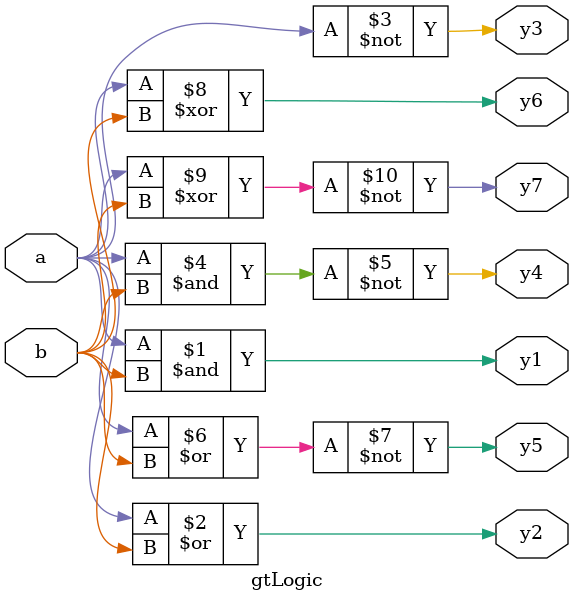
<source format=v>
module gtLogic( a,b,
                  y1,y2,y3,y4,y5,y6,y7
                 );
  input a;
  input b;
  output y1,y2,y3,y4,y5,y6,y7;
  assign y1 = a & b;
  assign y2 = a | b;
  assign y3 = ~a;
  assign y4 = ~(a & b);
  assign y5 = ~(a | b);
  assign y6 = a ^ b;
  assign y7 = ~(a ^ b);
endmodule

</source>
